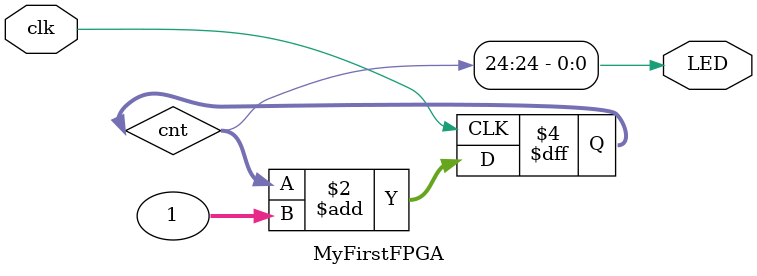
<source format=v>
module MyFirstFPGA (
	input wire clk, // 50MHz input clock
	output wire LED // LED ouput
);

// create a binary counter
	reg [31:0] cnt; // 32-bit counter

initial begin

cnt <= 32'h00000000; // start at zero

end

always @(posedge clk) begin

cnt <= cnt + 1; // count up

end

//assign LED to 25th bit of the counter to blink the LED at a few Hz
assign LED = cnt[24];

endmodule
</source>
